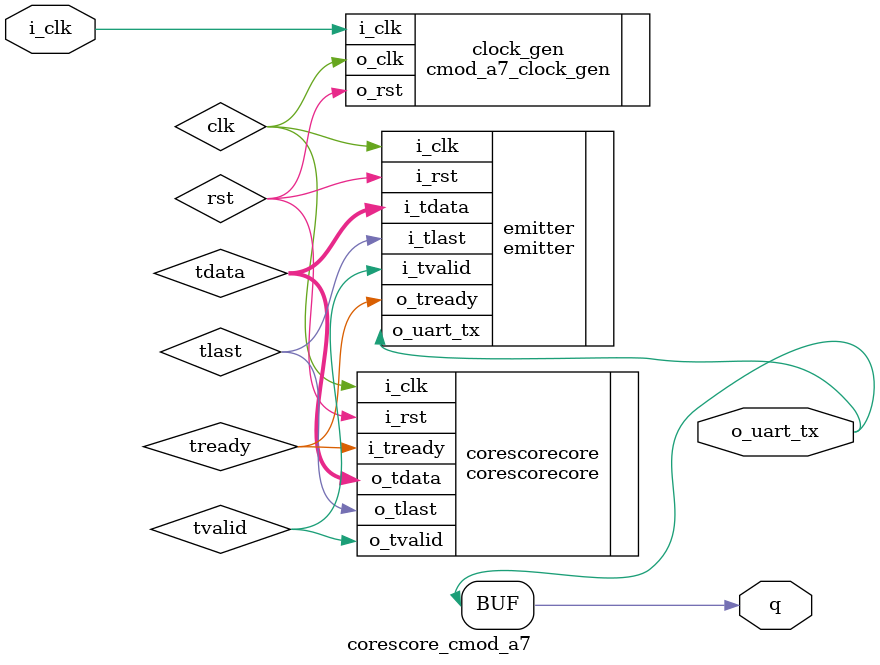
<source format=v>

`default_nettype none
module corescore_cmod_a7
(
 input wire  i_clk,
 output wire q,
 output wire o_uart_tx);

   wire      clk;
   wire      rst;

   //Mirror UART output to LED
   assign q = o_uart_tx;

   cmod_a7_clock_gen clock_gen
     (.i_clk (i_clk),
      .o_clk (clk),
      .o_rst (rst));

   parameter memfile_emitter = "emitter.hex";

   wire [7:0]  tdata;
   wire        tlast;
   wire        tvalid;
   wire        tready;

   corescorecore corescorecore
     (.i_clk     (clk),
      .i_rst     (rst),
      .o_tdata   (tdata),
      .o_tlast   (tlast),
      .o_tvalid  (tvalid),
      .i_tready  (tready));

   emitter #(.memfile (memfile_emitter)) emitter
     (.i_clk     (clk),
      .i_rst     (rst),
      .i_tdata   (tdata),
      .i_tlast   (tlast),
      .i_tvalid  (tvalid),
      .o_tready  (tready),
      .o_uart_tx (o_uart_tx));

endmodule

</source>
